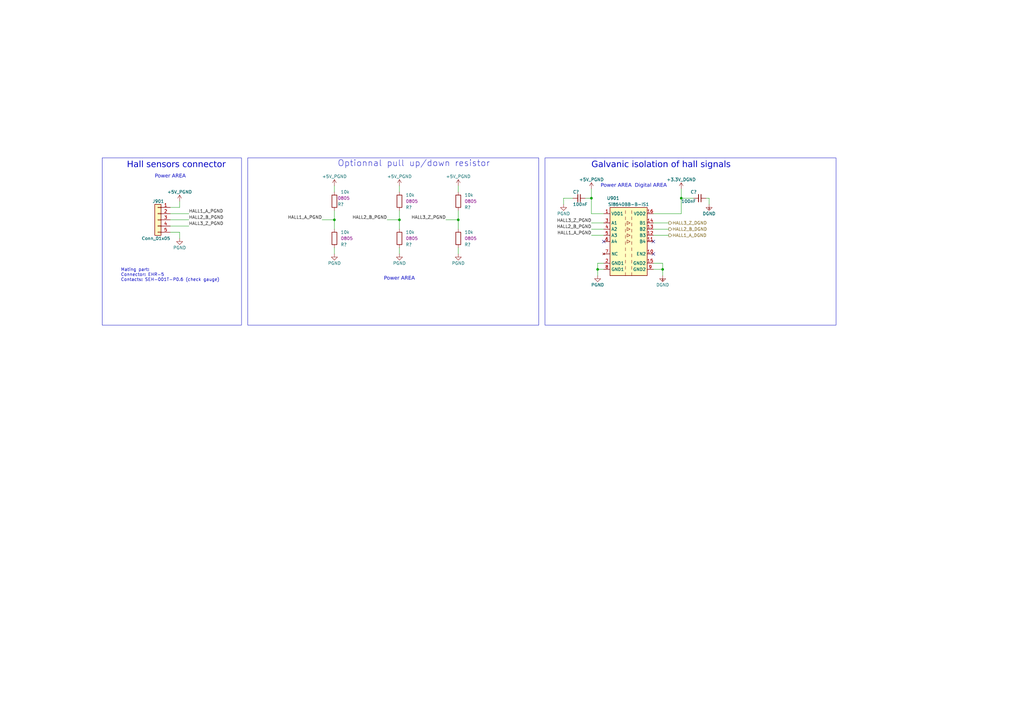
<source format=kicad_sch>
(kicad_sch (version 20230121) (generator eeschema)
  (paper "A3")
  (title_block (title "OWNVERTER V1.0") (comment 1 "TWR"))
  (lib_symbols
    (symbol "Connector_Generic:Conn_01x05" (pin_names (offset 1.016) hide)
      (property "Reference" "J" (at 0 7.62 0))
      (property "Value" "Conn_01x05" (at 0 -7.62 0))
      (symbol "Conn_01x05_1_1"
        (rectangle (start -1.27 -4.953) (end 0 -5.207) (stroke (width 0.1524)))
        (rectangle (start -1.27 -2.413) (end 0 -2.667) (stroke (width 0.1524)))
        (rectangle (start -1.27 0.127) (end 0 -0.127) (stroke (width 0.1524)))
        (rectangle (start -1.27 2.667) (end 0 2.413) (stroke (width 0.1524)))
        (rectangle (start -1.27 5.207) (end 0 4.953) (stroke (width 0.1524)))
        (rectangle (start -1.27 6.35) (end 1.27 -6.35) (stroke (width 0.254)) (fill (type background)))
        (pin passive line (at -5.08 5.08 0) (length 3.81) (name "Pin_1") (number "1"))
        (pin passive line (at -5.08 2.54 0) (length 3.81) (name "Pin_2") (number "2"))
        (pin passive line (at -5.08 0 0) (length 3.81) (name "Pin_3") (number "3"))
        (pin passive line (at -5.08 -2.54 0) (length 3.81) (name "Pin_4") (number "4"))
        (pin passive line (at -5.08 -5.08 0) (length 3.81) (name "Pin_5") (number "5"))
      )
    )
    (symbol "Device:C_Small" (pin_numbers hide) (pin_names (offset 0.254) hide)
      (property "Reference" "C" (at 0.254 1.778 0))
      (property "Value" "C_Small" (at 0.254 -2.032 0))
      (symbol "C_Small_0_1"
        (polyline (pts (xy -1.524 -0.508) (xy 1.524 -0.508)) (stroke (width 0.3302)))
        (polyline (pts (xy -1.524 0.508) (xy 1.524 0.508)) (stroke (width 0.3048)))
      )
      (symbol "C_Small_1_1"
        (pin passive line (at 0 2.54 270) (length 2.032) (name "~") (number "1"))
        (pin passive line (at 0 -2.54 90) (length 2.032) (name "~") (number "2"))
      )
    )
    (symbol "Device:R" (pin_numbers hide) (pin_names (offset 0))
      (property "Reference" "R" (at 2.032 0 90))
      (property "Value" "R" (at 0 0 90))
      (symbol "R_0_1"
        (rectangle (start -1.016 -2.54) (end 1.016 2.54) (stroke (width 0.254)))
      )
      (symbol "R_1_1"
        (pin passive line (at 0 3.81 270) (length 1.27) (name "~") (number "1"))
        (pin passive line (at 0 -3.81 90) (length 1.27) (name "~") (number "2"))
      )
    )
    (symbol "Symbols:+3.3V_DGND" (power) (in_bom no) (on_board no)
      (property "Value" "+3.3V_DGND" (at -0.127 3.81 0))
      (symbol "+3.3V_DGND_0_1"
        (polyline (pts (xy -0.762 1.27) (xy 0 2.54)))
        (polyline (pts (xy 0 0) (xy 0 2.54)))
        (polyline (pts (xy 0 2.54) (xy 0.762 1.27)))
      )
      (symbol "+3.3V_DGND_1_1"
        (pin power_in line (at 0 0 90) (length 0) hide (name "+3.3V_DGND") (number "1"))
      )
    )
    (symbol "Symbols:+5V_PGND" (power) (in_bom no) (on_board no)
      (property "Value" "+5V_PGND" (at -0.127 3.81 0))
      (symbol "+5V_PGND_0_1"
        (polyline (pts (xy -0.762 1.27) (xy 0 2.54)))
        (polyline (pts (xy 0 0) (xy 0 2.54)))
        (polyline (pts (xy 0 2.54) (xy 0.762 1.27)))
      )
      (symbol "+5V_PGND_1_1"
        (pin power_in line (at 0 0 90) (length 0) hide (name "+5V_PGND") (number "1"))
      )
    )
    (symbol "Symbols:DGND" (power) (pin_names (offset 0))
      (property "Value" "DGND" (at 0 -3.81 0))
      (symbol "DGND_0_0"
        (text "D" (at 0 -1.778 0) (effects (font (size 0.63 0.63))))
      )
      (symbol "DGND_0_1"
        (polyline (pts (xy 0 0) (xy 0 -1.27) (xy 1.27 -1.27) (xy 0 -2.54) (xy -1.27 -1.27) (xy 0 -1.27)))
      )
      (symbol "DGND_1_1"
        (pin power_in line (at 0 0 270) (length 0) hide (name "DGND") (number "1"))
      )
    )
    (symbol "Symbols:PGND" (power) (pin_names (offset 0))
      (property "Value" "PGND" (at 0 -3.81 0))
      (symbol "PGND_0_1"
        (polyline (pts (xy 0 0) (xy 0 -1.27) (xy 1.27 -1.27) (xy 0 -2.54) (xy -1.27 -1.27) (xy 0 -1.27)))
      )
      (symbol "PGND_1_1"
        (pin power_in line (at 0 0 270) (length 0) hide (name "PGND") (number "1"))
      )
    )
    (symbol "Symbols:Si8640BB-B-IS1"
      (property "Reference" "U" (at 0 15.875 0))
      (property "Value" "Si8640BB-B-IS1" (at 0 13.97 0))
      (symbol "Si8640BB-B-IS1_0_1"
        (rectangle (start -7.62 12.7) (end 7.62 -15.24) (stroke (width 0.254)) (fill (type background)))
        (polyline (pts (xy -1.27 -13.97) (xy -1.27 -15.24)))
        (polyline (pts (xy -1.27 -11.43) (xy -1.27 -12.7)))
        (polyline (pts (xy -1.27 -8.89) (xy -1.27 -10.16)))
        (polyline (pts (xy -1.27 -6.35) (xy -1.27 -7.62)))
        (polyline (pts (xy -1.27 -3.81) (xy -1.27 -5.08)))
        (polyline (pts (xy -1.27 -1.27) (xy -1.27 -2.54)))
        (polyline (pts (xy -1.27 1.27) (xy -1.27 0)))
        (polyline (pts (xy -1.27 3.81) (xy -1.27 2.54)))
        (polyline (pts (xy -1.27 6.35) (xy -1.27 5.08)))
        (polyline (pts (xy -1.27 8.89) (xy -1.27 7.62)))
        (polyline (pts (xy -1.27 11.43) (xy -1.27 10.16)))
        (polyline (pts (xy 1.27 -13.97) (xy 1.27 -15.24)))
        (polyline (pts (xy 1.27 -11.43) (xy 1.27 -12.7)))
        (polyline (pts (xy 1.27 -8.89) (xy 1.27 -10.16)))
        (polyline (pts (xy 1.27 -6.35) (xy 1.27 -7.62)))
        (polyline (pts (xy 1.27 -3.81) (xy 1.27 -5.08)))
        (polyline (pts (xy 1.27 -1.27) (xy 1.27 -2.54)))
        (polyline (pts (xy 1.27 1.27) (xy 1.27 0)))
        (polyline (pts (xy 1.27 3.81) (xy 1.27 2.54)))
        (polyline (pts (xy 1.27 6.35) (xy 1.27 5.08)))
        (polyline (pts (xy 1.27 8.89) (xy 1.27 7.62)))
        (polyline (pts (xy 1.27 11.43) (xy 1.27 10.16)))
        (polyline (pts (xy -0.635 4.445) (xy -0.635 3.175) (xy 0.635 3.81) (xy -0.635 4.445)))
        (polyline (pts (xy -0.635 6.985) (xy -0.635 5.715) (xy 0.635 6.35) (xy -0.635 6.985)))
        (polyline (pts (xy 0.635 -1.27) (xy -0.635 -0.635) (xy -0.635 -1.905) (xy 0.635 -1.27)))
        (polyline (pts (xy 0.635 1.27) (xy -0.635 1.905) (xy -0.635 0.635) (xy 0.635 1.27)))
      )
      (symbol "Si8640BB-B-IS1_1_1"
        (pin power_in line (at -10.16 10.16 0) (length 2.54) (name "VDD1") (number "1"))
        (pin input line (at 10.16 -6.35 180) (length 2.54) (name "EN2") (number "10"))
        (pin output line (at 10.16 -1.27 180) (length 2.54) (name "B4") (number "11"))
        (pin output line (at 10.16 1.27 180) (length 2.54) (name "B3") (number "12"))
        (pin output line (at 10.16 3.81 180) (length 2.54) (name "B2") (number "13"))
        (pin output line (at 10.16 6.35 180) (length 2.54) (name "B1") (number "14"))
        (pin power_in line (at 10.16 -10.16 180) (length 2.54) (name "GND2") (number "15"))
        (pin power_in line (at 10.16 10.16 180) (length 2.54) (name "VDD2") (number "16"))
        (pin power_in line (at -10.16 -10.16 0) (length 2.54) (name "GND1") (number "2"))
        (pin input line (at -10.16 6.35 0) (length 2.54) (name "A1") (number "3"))
        (pin input line (at -10.16 3.81 0) (length 2.54) (name "A2") (number "4"))
        (pin input line (at -10.16 1.27 0) (length 2.54) (name "A3") (number "5"))
        (pin input line (at -10.16 -1.27 0) (length 2.54) (name "A4") (number "6"))
        (pin no_connect line (at -10.16 -6.35 0) (length 2.54) (name "NC") (number "7"))
        (pin passive line (at -10.16 -12.7 0) (length 2.54) (name "GND1") (number "8"))
        (pin passive line (at 10.16 -12.7 180) (length 2.54) (name "GND2") (number "9"))
      )
    )
  )
  (junction (at 163.83 90.17))
  (junction (at 245.11 110.49))
  (junction (at 279.4 81.28))
  (junction (at 242.57 81.28))
  (junction (at 187.96 90.17))
  (junction (at 137.16 90.17))
  (junction (at 271.78 110.49))
  (no_connect (at 247.65 99.06))
  (no_connect (at 267.97 99.06))
  (no_connect (at 267.97 104.14))
  (wire (pts (xy 187.96 90.17) (xy 187.96 93.98)))
  (wire (pts (xy 163.83 86.36) (xy 163.83 90.17)))
  (wire (pts (xy 158.75 90.17) (xy 163.83 90.17)))
  (wire (pts (xy 279.4 81.28) (xy 284.48 81.28)))
  (wire (pts (xy 137.16 76.2) (xy 137.16 78.74)))
  (wire (pts (xy 245.11 110.49) (xy 247.65 110.49)))
  (wire (pts (xy 73.66 95.25) (xy 73.66 97.79)))
  (wire (pts (xy 73.66 85.09) (xy 69.85 85.09)))
  (wire (pts (xy 267.97 91.44) (xy 274.32 91.44)))
  (wire (pts (xy 267.97 110.49) (xy 271.78 110.49)))
  (wire (pts (xy 163.83 101.6) (xy 163.83 104.14)))
  (wire (pts (xy 77.47 92.71) (xy 69.85 92.71)))
  (wire (pts (xy 245.11 113.03) (xy 245.11 110.49)))
  (wire (pts (xy 69.85 95.25) (xy 73.66 95.25)))
  (wire (pts (xy 187.96 101.6) (xy 187.96 104.14)))
  (wire (pts (xy 271.78 110.49) (xy 271.78 107.95)))
  (wire (pts (xy 279.4 81.28) (xy 279.4 87.63)))
  (wire (pts (xy 247.65 107.95) (xy 245.11 107.95)))
  (wire (pts (xy 137.16 101.6) (xy 137.16 104.14)))
  (wire (pts (xy 187.96 76.2) (xy 187.96 78.74)))
  (wire (pts (xy 182.88 90.17) (xy 187.96 90.17)))
  (wire (pts (xy 231.14 81.28) (xy 231.14 83.82)))
  (wire (pts (xy 271.78 113.03) (xy 271.78 110.49)))
  (wire (pts (xy 267.97 93.98) (xy 274.32 93.98)))
  (wire (pts (xy 77.47 90.17) (xy 69.85 90.17)))
  (wire (pts (xy 242.57 93.98) (xy 247.65 93.98)))
  (wire (pts (xy 163.83 76.2) (xy 163.83 78.74)))
  (wire (pts (xy 245.11 107.95) (xy 245.11 110.49)))
  (wire (pts (xy 163.83 90.17) (xy 163.83 93.98)))
  (wire (pts (xy 267.97 107.95) (xy 271.78 107.95)))
  (wire (pts (xy 187.96 86.36) (xy 187.96 90.17)))
  (wire (pts (xy 267.97 87.63) (xy 279.4 87.63)))
  (wire (pts (xy 242.57 96.52) (xy 247.65 96.52)))
  (wire (pts (xy 137.16 86.36) (xy 137.16 90.17)))
  (wire (pts (xy 267.97 96.52) (xy 274.32 96.52)))
  (wire (pts (xy 290.83 83.82) (xy 290.83 81.28)))
  (wire (pts (xy 279.4 77.47) (xy 279.4 81.28)))
  (wire (pts (xy 137.16 90.17) (xy 137.16 93.98)))
  (wire (pts (xy 242.57 91.44) (xy 247.65 91.44)))
  (wire (pts (xy 132.08 90.17) (xy 137.16 90.17)))
  (wire (pts (xy 240.03 81.28) (xy 242.57 81.28)))
  (wire (pts (xy 242.57 77.47) (xy 242.57 81.28)))
  (wire (pts (xy 242.57 87.63) (xy 247.65 87.63)))
  (wire (pts (xy 289.56 81.28) (xy 290.83 81.28)))
  (wire (pts (xy 73.66 82.55) (xy 73.66 85.09)))
  (wire (pts (xy 234.95 81.28) (xy 231.14 81.28)))
  (wire (pts (xy 77.47 87.63) (xy 69.85 87.63)))
  (wire (pts (xy 242.57 81.28) (xy 242.57 87.63)))
  (rectangle (start 101.6 64.77) (end 220.98 133.35))
  (rectangle (start 223.52 64.77) (end 342.9 133.35))
  (rectangle (start 41.91 64.77) (end 99.06 133.35))
  (text "Hall sensors connector\n" (at 52.07 69.85 0) (effects (font (size 2.54 2.54)) (justify left bottom)))
  (text "Galvanic isolation of hall signals" (at 242.57 69.85 0) (effects (font (size 2.54 2.54)) (justify left bottom)))
  (text "Digital AREA\n" (at 260.35 77.47 0) (effects (font (size 1.5 1.5)) (justify left bottom)))
  (text "Power AREA\n" (at 246.38 77.47 0) (effects (font (size 1.5 1.5)) (justify left bottom)))
  (text "Optionnal pull up/down resistor\n" (at 138.43 68.58 0) (effects (font (size 2.54 2.54)) (justify left bottom)))
  (text "Power AREA\n" (at 157.48 115.57 0) (effects (font (size 1.5 1.5)) (justify left bottom)))
  (text "Power AREA\n" (at 63.5 73.66 0) (effects (font (size 1.5 1.5)) (justify left bottom)))
  (text "Mating part:\nConnector: EHR-5\nContacts: SEH-001T-P0.6 (check gauge)" (at 49.53 115.57 0) (effects (font (size 1.27 1.27)) (justify left bottom)))
  (label "HALL1_A_PGND" (at 242.57 96.52 180))
  (label "HALL1_A_PGND" (at 132.08 90.17 180))
  (label "HALL2_B_PGND" (at 77.47 90.17 0))
  (label "HALL3_Z_PGND" (at 242.57 91.44 180))
  (label "HALL2_B_PGND" (at 242.57 93.98 180))
  (label "HALL3_Z_PGND" (at 182.88 90.17 180))
  (label "HALL3_Z_PGND" (at 77.47 92.71 0))
  (label "HALL1_A_PGND" (at 77.47 87.63 0))
  (label "HALL2_B_PGND" (at 158.75 90.17 180))
  (hierarchical_label "HALL3_Z_DGND" (shape output) (at 274.32 91.44 0))
  (hierarchical_label "HALL1_A_DGND" (shape output) (at 274.32 96.52 0))
  (hierarchical_label "HALL2_B_DGND" (shape output) (at 274.32 93.98 0))
  (symbol (lib_id "Symbols:Si8640BB-B-IS1") (at 257.81 97.79 0) (unit 1)
    (property "Reference" "U901" (at 251.46 81.28 0))
    (property "Value" "Si8640BB-B-IS1" (at 257.81 83.82 0))
    (property "Footprint" "Package_SO:SOIC-16_3.9x9.9mm_P1.27mm" (effects hide))
    (property "Datasheet" "https://www.silabs.com/documents/public/data-sheets/si864x-datasheet.pdf" (effects hide))
    (property "manf#" "Si8640BB-B-IS1" (effects hide))
  )
  (symbol (lib_id "Device:R") (at 187.96 82.55 180) (unit 1)
    (property "Reference" "R?" (at 190.5 85.09 0) (effects (justify right)))
    (property "Value" "10k" (at 190.5 80.01 0) (effects (justify right)))
    (property "Footprint" "Footprints:R_0805_2012Metric" (effects hide))
    (property "manf#" "CRT0805-FZ-1002ELF" (effects hide))
    (property "DNP" "x" (effects hide))
    (property "Package" "0805" (at 193.04 82.55 0))
    (property "Power" "0.125W" (effects hide))
    (instances (project "InverterLeg" (path "" (reference "R?") (unit 1))) (project "ownverter" (path "" (reference "R?") (unit 1)) (path "" (reference "R425") (unit 1)) (path "" (reference "R?") (unit 1)) (path "" (reference "R?") (unit 1)) (path "" (reference "R905") (unit 1))))
  )
  (symbol (lib_id "Device:R") (at 163.83 82.55 180) (unit 1)
    (property "Reference" "R?" (at 166.37 85.09 0) (effects (justify right)))
    (property "Value" "10k" (at 166.37 80.01 0) (effects (justify right)))
    (property "Footprint" "Footprints:R_0805_2012Metric" (effects hide))
    (property "manf#" "CRT0805-FZ-1002ELF" (effects hide))
    (property "DNP" "x" (effects hide))
    (property "Package" "0805" (at 168.91 82.55 0))
    (property "Power" "0.125W" (effects hide))
    (instances (project "InverterLeg" (path "" (reference "R?") (unit 1))) (project "ownverter" (path "" (reference "R?") (unit 1)) (path "" (reference "R425") (unit 1)) (path "" (reference "R?") (unit 1)) (path "" (reference "R?") (unit 1)) (path "" (reference "R903") (unit 1))))
  )
  (symbol (lib_id "Symbols:PGND") (at 137.16 104.14 0) (unit 1)
    (property "Reference" "#PWR?" (effects hide))
    (property "Value" "PGND" (at 137.16 107.95 0))
    (instances (project "InverterLeg" (path "" (reference "#PWR?") (unit 1))) (project "ownverter" (path "" (reference "#PWR?") (unit 1)) (path "" (reference "#PWR?") (unit 1)) (path "" (reference "#PWR?") (unit 1)) (path "" (reference "#PWR?") (unit 1)) (path "" (reference "#PWR0907") (unit 1))))
  )
  (symbol (lib_id "Device:R") (at 137.16 97.79 180) (unit 1)
    (property "Reference" "R?" (at 139.7 100.33 0) (effects (justify right)))
    (property "Value" "10k" (at 139.7 95.25 0) (effects (justify right)))
    (property "Footprint" "Footprints:R_0805_2012Metric" (effects hide))
    (property "manf#" "CRT0805-FZ-1002ELF" (effects hide))
    (property "DNP" "x" (effects hide))
    (property "Package" "0805" (at 142.24 97.79 0))
    (property "Power" "0.125W" (effects hide))
    (instances (project "InverterLeg" (path "" (reference "R?") (unit 1))) (project "ownverter" (path "" (reference "R?") (unit 1)) (path "" (reference "R425") (unit 1)) (path "" (reference "R?") (unit 1)) (path "" (reference "R?") (unit 1)) (path "" (reference "R902") (unit 1))))
  )
  (symbol (lib_id "Symbols:+5V_PGND") (at 187.96 76.2 0) (unit 1) (in_bom no) (on_board no)
    (property "Reference" "#PWR?" (effects hide))
    (property "Value" "+5V_PGND" (at 187.96 72.39 0))
    (instances (project "ownverter" (path "" (reference "#PWR?") (unit 1)) (path "" (reference "#PWR?") (unit 1)) (path "" (reference "#PWR0919") (unit 1))))
  )
  (symbol (lib_id "Symbols:PGND") (at 73.66 97.79 0) (mirror y) (unit 1)
    (property "Reference" "#PWR?" (effects hide))
    (property "Value" "PGND" (at 73.66 101.6 0))
    (instances (project "InverterLeg" (path "" (reference "#PWR?") (unit 1))) (project "ownverter" (path "" (reference "#PWR?") (unit 1)) (path "" (reference "#PWR?") (unit 1)) (path "" (reference "#PWR?") (unit 1)) (path "" (reference "#PWR?") (unit 1)) (path "" (reference "#PWR?") (unit 1)) (path "" (reference "#PWR0902") (unit 1))))
  )
  (symbol (lib_id "Symbols:PGND") (at 163.83 104.14 0) (unit 1)
    (property "Reference" "#PWR?" (effects hide))
    (property "Value" "PGND" (at 163.83 107.95 0))
    (instances (project "InverterLeg" (path "" (reference "#PWR?") (unit 1))) (project "ownverter" (path "" (reference "#PWR?") (unit 1)) (path "" (reference "#PWR?") (unit 1)) (path "" (reference "#PWR?") (unit 1)) (path "" (reference "#PWR?") (unit 1)) (path "" (reference "#PWR0909") (unit 1))))
  )
  (symbol (lib_id "Device:C_Small") (at 287.02 81.28 270) (unit 1)
    (property "Reference" "C?" (at 283.21 78.74 90) (effects (justify left)))
    (property "Value" "100nF" (at 279.4 82.55 90) (effects (justify left)))
    (property "Footprint" "Footprints:C_0805_2012Metric" (effects hide))
    (property "manf#" "C0805C104K5RACTU" (effects hide))
    (property "DNP" "x" (effects hide))
    (property "Voltage" "50V" (effects hide))
    (property "Package" "0805" (effects hide))
    (instances (project "InverterLeg" (path "" (reference "C?") (unit 1))) (project "ownverter" (path "" (reference "C606") (unit 1)) (path "" (reference "C?") (unit 1)) (path "" (reference "C706") (unit 1)) (path "" (reference "C806") (unit 1)) (path "" (reference "C218") (unit 1)) (path "" (reference "C902") (unit 1))))
  )
  (symbol (lib_id "Device:R") (at 163.83 97.79 180) (unit 1)
    (property "Reference" "R?" (at 166.37 100.33 0) (effects (justify right)))
    (property "Value" "10k" (at 166.37 95.25 0) (effects (justify right)))
    (property "Footprint" "Footprints:R_0805_2012Metric" (effects hide))
    (property "manf#" "CRT0805-FZ-1002ELF" (effects hide))
    (property "DNP" "x" (effects hide))
    (property "Package" "0805" (at 168.91 97.79 0))
    (property "Power" "0.125W" (effects hide))
    (instances (project "InverterLeg" (path "" (reference "R?") (unit 1))) (project "ownverter" (path "" (reference "R?") (unit 1)) (path "" (reference "R425") (unit 1)) (path "" (reference "R?") (unit 1)) (path "" (reference "R?") (unit 1)) (path "" (reference "R904") (unit 1))))
  )
  (symbol (lib_id "Symbols:DGND") (at 290.83 83.82 0) (mirror y) (unit 1)
    (property "Reference" "#PWR?" (effects hide))
    (property "Value" "DGND" (at 290.83 87.63 0))
    (instances (project "InverterLeg" (path "" (reference "#PWR?") (unit 1))) (project "ownverter" (path "" (reference "#PWR?") (unit 1)) (path "" (reference "#PWR?") (unit 1)) (path "" (reference "#PWR?") (unit 1)) (path "" (reference "#PWR?") (unit 1)) (path "" (reference "#PWR0904") (unit 1))))
  )
  (symbol (lib_id "Symbols:DGND") (at 271.78 113.03 0) (mirror y) (unit 1)
    (property "Reference" "#PWR?" (effects hide))
    (property "Value" "DGND" (at 271.78 116.84 0))
    (instances (project "InverterLeg" (path "" (reference "#PWR?") (unit 1))) (project "ownverter" (path "" (reference "#PWR?") (unit 1)) (path "" (reference "#PWR?") (unit 1)) (path "" (reference "#PWR?") (unit 1)) (path "" (reference "#PWR?") (unit 1)) (path "" (reference "#PWR0112") (unit 1))))
  )
  (symbol (lib_id "Symbols:PGND") (at 245.11 113.03 0) (unit 1)
    (property "Reference" "#PWR?" (effects hide))
    (property "Value" "PGND" (at 245.11 116.84 0))
    (instances (project "InverterLeg" (path "" (reference "#PWR?") (unit 1))) (project "ownverter" (path "" (reference "#PWR?") (unit 1)) (path "" (reference "#PWR?") (unit 1)) (path "" (reference "#PWR?") (unit 1)) (path "" (reference "#PWR?") (unit 1)) (path "" (reference "#PWR0115") (unit 1))))
  )
  (symbol (lib_id "Device:R") (at 137.16 82.55 180) (unit 1)
    (property "Reference" "R?" (at 138.43 83.82 0) (effects (justify right)))
    (property "Value" "10k" (at 139.7 78.74 0) (effects (justify right)))
    (property "Footprint" "Footprints:R_0805_2012Metric" (effects hide))
    (property "manf#" "CRT0805-FZ-1002ELF" (effects hide))
    (property "DNP" "x" (effects hide))
    (property "Package" "0805" (at 140.97 81.28 0))
    (property "Power" "0.125W" (effects hide))
    (instances (project "InverterLeg" (path "" (reference "R?") (unit 1))) (project "ownverter" (path "" (reference "R?") (unit 1)) (path "" (reference "R425") (unit 1)) (path "" (reference "R?") (unit 1)) (path "" (reference "R?") (unit 1)) (path "" (reference "R901") (unit 1))))
  )
  (symbol (lib_id "Symbols:PGND") (at 187.96 104.14 0) (unit 1)
    (property "Reference" "#PWR?" (effects hide))
    (property "Value" "PGND" (at 187.96 107.95 0))
    (instances (project "InverterLeg" (path "" (reference "#PWR?") (unit 1))) (project "ownverter" (path "" (reference "#PWR?") (unit 1)) (path "" (reference "#PWR?") (unit 1)) (path "" (reference "#PWR?") (unit 1)) (path "" (reference "#PWR?") (unit 1)) (path "" (reference "#PWR0920") (unit 1))))
  )
  (symbol (lib_id "Symbols:+5V_PGND") (at 163.83 76.2 0) (unit 1) (in_bom no) (on_board no)
    (property "Reference" "#PWR?" (effects hide))
    (property "Value" "+5V_PGND" (at 163.83 72.39 0))
    (instances (project "ownverter" (path "" (reference "#PWR?") (unit 1)) (path "" (reference "#PWR?") (unit 1)) (path "" (reference "#PWR0908") (unit 1))))
  )
  (symbol (lib_id "Symbols:+3.3V_DGND") (at 279.4 77.47 0) (mirror y) (unit 1) (in_bom no) (on_board no)
    (property "Reference" "#PWR0416" (effects hide))
    (property "Value" "+3.3V_DGND" (at 279.4 73.66 0))
    (instances (project "ownverter" (path "" (reference "#PWR0416") (unit 1)) (path "" (reference "#PWR0805") (unit 1))))
  )
  (symbol (lib_id "Symbols:+5V_PGND") (at 137.16 76.2 0) (unit 1) (in_bom no) (on_board no)
    (property "Reference" "#PWR?" (effects hide))
    (property "Value" "+5V_PGND" (at 137.16 72.39 0))
    (instances (project "ownverter" (path "" (reference "#PWR?") (unit 1)) (path "" (reference "#PWR?") (unit 1)) (path "" (reference "#PWR0906") (unit 1))))
  )
  (symbol (lib_id "Symbols:+5V_PGND") (at 73.66 82.55 0) (unit 1) (in_bom no) (on_board no)
    (property "Reference" "#PWR?" (effects hide))
    (property "Value" "+5V_PGND" (at 73.66 78.74 0))
    (instances (project "ownverter" (path "" (reference "#PWR?") (unit 1)) (path "" (reference "#PWR?") (unit 1)) (path "" (reference "#PWR0901") (unit 1))))
  )
  (symbol (lib_id "Device:C_Small") (at 237.49 81.28 270) (unit 1)
    (property "Reference" "C?" (at 234.95 78.74 90) (effects (justify left)))
    (property "Value" "100nF" (at 234.95 83.82 90) (effects (justify left)))
    (property "Footprint" "Footprints:C_0805_2012Metric" (effects hide))
    (property "manf#" "C0805C104K5RACTU" (effects hide))
    (property "DNP" "x" (effects hide))
    (property "Voltage" "50V" (effects hide))
    (property "Package" "0805" (effects hide))
    (instances (project "InverterLeg" (path "" (reference "C?") (unit 1))) (project "ownverter" (path "" (reference "C606") (unit 1)) (path "" (reference "C?") (unit 1)) (path "" (reference "C706") (unit 1)) (path "" (reference "C806") (unit 1)) (path "" (reference "C218") (unit 1)) (path "" (reference "C901") (unit 1))))
  )
  (symbol (lib_id "Symbols:PGND") (at 231.14 83.82 0) (unit 1)
    (property "Reference" "#PWR?" (effects hide))
    (property "Value" "PGND" (at 231.14 87.63 0))
    (instances (project "InverterLeg" (path "" (reference "#PWR?") (unit 1))) (project "ownverter" (path "" (reference "#PWR?") (unit 1)) (path "" (reference "#PWR?") (unit 1)) (path "" (reference "#PWR?") (unit 1)) (path "" (reference "#PWR?") (unit 1)) (path "" (reference "#PWR0903") (unit 1))))
  )
  (symbol (lib_id "Connector_Generic:Conn_01x05") (at 64.77 90.17 0) (mirror y) (unit 1)
    (property "Reference" "J901" (at 67.31 82.55 0) (effects (justify left)))
    (property "Value" "Conn_01x05" (at 69.85 97.79 0) (effects (justify left)))
    (property "Footprint" "Connector_JST:JST_EH_B5B-EH-A_1x05_P2.50mm_Vertical" (effects hide))
    (property "Datasheet" "https://cdn.amphenol-cs.com/media/wysiwyg/files/drawing/10129378.pdf" (effects hide))
    (property "manf#" "10129378-905001BLF" (effects hide))
  )
  (symbol (lib_id "Device:R") (at 187.96 97.79 180) (unit 1)
    (property "Reference" "R?" (at 190.5 100.33 0) (effects (justify right)))
    (property "Value" "10k" (at 190.5 95.25 0) (effects (justify right)))
    (property "Footprint" "Footprints:R_0805_2012Metric" (effects hide))
    (property "manf#" "CRT0805-FZ-1002ELF" (effects hide))
    (property "DNP" "x" (effects hide))
    (property "Package" "0805" (at 193.04 97.79 0))
    (property "Power" "0.125W" (effects hide))
    (instances (project "InverterLeg" (path "" (reference "R?") (unit 1))) (project "ownverter" (path "" (reference "R?") (unit 1)) (path "" (reference "R425") (unit 1)) (path "" (reference "R?") (unit 1)) (path "" (reference "R?") (unit 1)) (path "" (reference "R906") (unit 1))))
  )
  (symbol (lib_id "Symbols:+5V_PGND") (at 242.57 77.47 0) (unit 1) (in_bom no) (on_board no)
    (property "Reference" "#PWR?" (effects hide))
    (property "Value" "+5V_PGND" (at 242.57 73.66 0))
    (instances (project "ownverter" (path "" (reference "#PWR?") (unit 1)) (path "" (reference "#PWR?") (unit 1)) (path "" (reference "#PWR0113") (unit 1))))
  )
)
</source>
